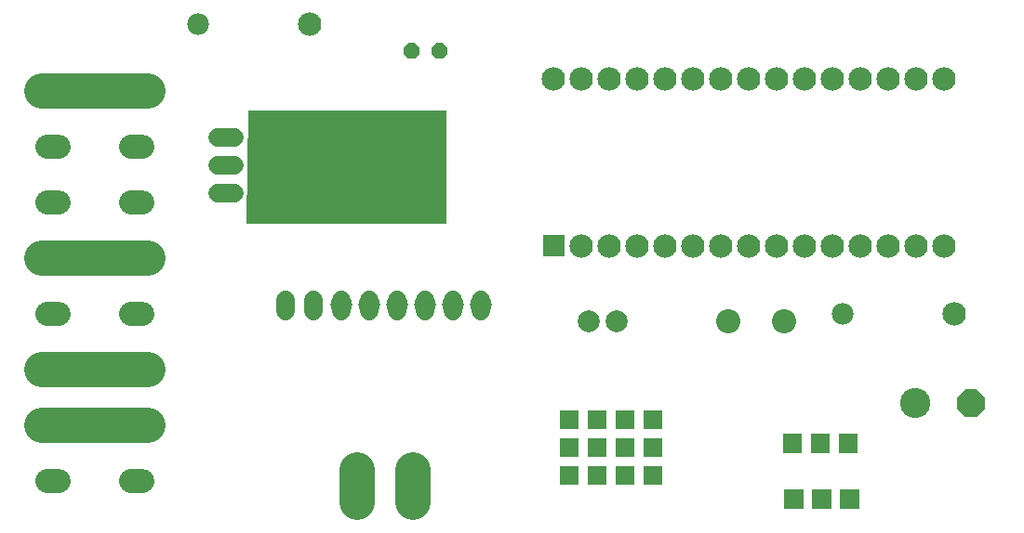
<source format=gts>
G04 Layer: TopSolderMaskLayer*
G04 EasyEDA v6.4.20.6, 2021-08-10T12:41:07+02:00*
G04 b7c102a2acce44a19693fb55b2eed2e6,dded15cb907e4d9595cc142038e9c969,10*
G04 Gerber Generator version 0.2*
G04 Scale: 100 percent, Rotated: No, Reflected: No *
G04 Dimensions in millimeters *
G04 leading zeros omitted , absolute positions ,4 integer and 5 decimal *
%FSLAX45Y45*%
%MOMM*%

%ADD34C,2.2352*%
%ADD35C,3.2032*%
%ADD36C,3.2512*%
%ADD37C,1.7032*%
%ADD38C,1.7272*%
%ADD40C,2.7432*%
%ADD41C,1.9812*%
%ADD42C,2.1336*%
%ADD43C,2.0032*%
%ADD44C,2.2032*%

%LPD*%
G36*
X3048000Y-12331700D02*
G01*
X3035300Y-13360400D01*
X4851400Y-13360400D01*
X4851400Y-12331700D01*
G37*
G36*
X3111500Y-12331700D02*
G01*
X3111500Y-13360400D01*
X4851400Y-13360400D01*
X4851400Y-12331700D01*
G37*
G36*
X3111500Y-12331700D02*
G01*
X3111500Y-13360400D01*
X4851400Y-13360400D01*
X4851400Y-12331700D01*
G37*
G36*
X3111500Y-12331700D02*
G01*
X3111500Y-13360400D01*
X4851400Y-13360400D01*
X4851400Y-12331700D01*
G37*
G36*
X3111500Y-12331700D02*
G01*
X3111500Y-13360400D01*
X4851400Y-13360400D01*
X4851400Y-12331700D01*
G37*
G36*
X3111500Y-12331700D02*
G01*
X3111500Y-13360400D01*
X4851400Y-13360400D01*
X4851400Y-12331700D01*
G37*
G36*
X3111500Y-12331700D02*
G01*
X3111500Y-13360400D01*
X4851400Y-13360400D01*
X4851400Y-12331700D01*
G37*
G36*
X3111500Y-12331700D02*
G01*
X3111500Y-13360400D01*
X4851400Y-13360400D01*
X4851400Y-12331700D01*
G37*
G36*
X3111500Y-12331700D02*
G01*
X3111500Y-13360400D01*
X4851400Y-13360400D01*
X4851400Y-12331700D01*
G37*
D34*
X1219200Y-14185900D02*
G01*
X1320800Y-14185900D01*
D35*
X1170000Y-13677900D02*
G01*
X1369999Y-13677900D01*
D34*
X1219200Y-13169900D02*
G01*
X1320800Y-13169900D01*
X1981200Y-14185900D02*
G01*
X2082800Y-14185900D01*
D35*
X1932000Y-13677900D02*
G01*
X2131999Y-13677900D01*
D34*
X1981200Y-13169900D02*
G01*
X2082800Y-13169900D01*
X1981200Y-12661900D02*
G01*
X2082800Y-12661900D01*
D35*
X1932000Y-12153900D02*
G01*
X2131999Y-12153900D01*
D34*
X1219200Y-12661900D02*
G01*
X1320800Y-12661900D01*
D35*
X1170000Y-12153900D02*
G01*
X1369999Y-12153900D01*
X1170000Y-14693900D02*
G01*
X1369999Y-14693900D01*
X1932000Y-14693900D02*
G01*
X2131999Y-14693900D01*
X1170000Y-15201900D02*
G01*
X1369999Y-15201900D01*
X1932000Y-15201900D02*
G01*
X2131999Y-15201900D01*
D34*
X1219200Y-15709900D02*
G01*
X1320800Y-15709900D01*
X1981200Y-15709900D02*
G01*
X2082800Y-15709900D01*
D36*
X4542891Y-15607614D02*
G01*
X4542891Y-15902812D01*
X4034891Y-15902812D02*
G01*
X4034891Y-15607614D01*
D37*
X3390900Y-14159699D02*
G01*
X3390900Y-14059700D01*
X5168900Y-14159699D02*
G01*
X5168900Y-14059700D01*
X3644900Y-14159699D02*
G01*
X3644900Y-14059700D01*
X3898900Y-14159699D02*
G01*
X3898900Y-14059700D01*
X4152900Y-14159699D02*
G01*
X4152900Y-14059700D01*
X4406900Y-14159699D02*
G01*
X4406900Y-14059700D01*
X4660900Y-14159699D02*
G01*
X4660900Y-14059700D01*
X4914900Y-14159699D02*
G01*
X4914900Y-14059700D01*
D38*
X2768600Y-12573000D02*
G01*
X2921000Y-12573000D01*
X2768600Y-12827000D02*
G01*
X2921000Y-12827000D01*
X2768600Y-13081000D02*
G01*
X2921000Y-13081000D01*
G36*
X1340865Y-15362174D02*
G01*
X1340865Y-15041626D01*
X1961134Y-15041626D01*
X1961134Y-15362174D01*
G37*
G36*
X1340865Y-13838174D02*
G01*
X1340865Y-13517626D01*
X1961134Y-13517626D01*
X1961134Y-13838174D01*
G37*
G36*
X1302765Y-12314174D02*
G01*
X1302765Y-11993626D01*
X1923034Y-11993626D01*
X1923034Y-12314174D01*
G37*
G36*
X1315465Y-14854174D02*
G01*
X1315465Y-14533626D01*
X1935734Y-14533626D01*
X1935734Y-14854174D01*
G37*
D40*
G01*
X9118600Y-14998700D03*
G36*
X9573768Y-15126207D02*
G01*
X9499091Y-15051531D01*
X9499091Y-14945868D01*
X9573768Y-14871192D01*
X9679431Y-14871192D01*
X9754108Y-14945868D01*
X9754108Y-15051531D01*
X9679431Y-15126207D01*
G37*
D41*
G01*
X8458200Y-14185900D03*
D42*
G01*
X9474200Y-14185900D03*
D43*
G01*
X6146800Y-14249400D03*
G01*
X6400800Y-14249400D03*
D44*
G01*
X7416800Y-14249400D03*
G01*
X7924800Y-14249400D03*
G36*
X4504436Y-11856720D02*
G01*
X4462779Y-11815063D01*
X4462779Y-11756136D01*
X4504436Y-11714479D01*
X4563363Y-11714479D01*
X4605020Y-11756136D01*
X4605020Y-11815063D01*
X4563363Y-11856720D01*
G37*
G36*
X4758436Y-11856720D02*
G01*
X4716779Y-11815063D01*
X4716779Y-11756136D01*
X4758436Y-11714479D01*
X4817363Y-11714479D01*
X4859020Y-11756136D01*
X4859020Y-11815063D01*
X4817363Y-11856720D01*
G37*
D41*
G01*
X4914874Y-14099667D03*
G01*
X4660874Y-14099667D03*
G01*
X4406874Y-14099667D03*
G01*
X4152874Y-14099667D03*
G01*
X3898900Y-14099692D03*
G01*
X5168900Y-14099692D03*
G36*
X5730240Y-13662660D02*
G01*
X5730240Y-13464539D01*
X5928359Y-13464539D01*
X5928359Y-13662660D01*
G37*
D42*
G01*
X6083300Y-13563600D03*
G01*
X6337300Y-13563600D03*
G01*
X6591300Y-13563600D03*
G01*
X6845300Y-13563600D03*
G01*
X7099300Y-13563600D03*
G01*
X7353300Y-13563600D03*
G01*
X7607300Y-13563600D03*
G01*
X7861300Y-13563600D03*
G01*
X8115300Y-13563600D03*
G01*
X8369300Y-13563600D03*
G01*
X8623300Y-13563600D03*
G01*
X5829300Y-12039600D03*
G01*
X6083300Y-12039600D03*
G01*
X6337300Y-12039600D03*
G01*
X6591300Y-12039600D03*
G01*
X6845300Y-12039600D03*
G01*
X7099300Y-12039600D03*
G01*
X7607300Y-12039600D03*
G01*
X7861300Y-12039600D03*
G01*
X8369300Y-12039600D03*
G01*
X8623300Y-12039600D03*
G01*
X8115300Y-12039600D03*
G01*
X7353300Y-12039600D03*
G01*
X8877300Y-13563600D03*
G01*
X9131300Y-13563600D03*
G01*
X9385300Y-13563600D03*
G01*
X8877300Y-12039600D03*
G01*
X9131300Y-12039600D03*
G01*
X9385300Y-12039600D03*
D41*
G01*
X2590800Y-11544300D03*
D42*
G01*
X3606800Y-11544300D03*
G36*
X6645909Y-15236189D02*
G01*
X6645909Y-15066010D01*
X6816090Y-15066010D01*
X6816090Y-15236189D01*
G37*
G36*
X6391909Y-15236189D02*
G01*
X6391909Y-15066010D01*
X6562090Y-15066010D01*
X6562090Y-15236189D01*
G37*
G36*
X6137909Y-15236189D02*
G01*
X6137909Y-15066010D01*
X6308090Y-15066010D01*
X6308090Y-15236189D01*
G37*
G36*
X5883909Y-15236189D02*
G01*
X5883909Y-15066010D01*
X6054090Y-15066010D01*
X6054090Y-15236189D01*
G37*
G36*
X5883909Y-15490189D02*
G01*
X5883909Y-15320010D01*
X6054090Y-15320010D01*
X6054090Y-15490189D01*
G37*
G36*
X6137909Y-15490189D02*
G01*
X6137909Y-15320010D01*
X6308090Y-15320010D01*
X6308090Y-15490189D01*
G37*
G36*
X6391909Y-15490189D02*
G01*
X6391909Y-15320010D01*
X6562090Y-15320010D01*
X6562090Y-15490189D01*
G37*
G36*
X6645909Y-15490189D02*
G01*
X6645909Y-15320010D01*
X6816090Y-15320010D01*
X6816090Y-15490189D01*
G37*
G36*
X5883909Y-15744189D02*
G01*
X5883909Y-15574010D01*
X6054090Y-15574010D01*
X6054090Y-15744189D01*
G37*
G36*
X6137909Y-15744189D02*
G01*
X6137909Y-15574010D01*
X6308090Y-15574010D01*
X6308090Y-15744189D01*
G37*
G36*
X6391909Y-15744189D02*
G01*
X6391909Y-15574010D01*
X6562090Y-15574010D01*
X6562090Y-15744189D01*
G37*
G36*
X6645909Y-15744189D02*
G01*
X6645909Y-15574010D01*
X6816090Y-15574010D01*
X6816090Y-15744189D01*
G37*
G36*
X8168640Y-15453360D02*
G01*
X8168640Y-15280639D01*
X8341359Y-15280639D01*
X8341359Y-15453360D01*
G37*
G36*
X8422640Y-15453360D02*
G01*
X8422640Y-15280639D01*
X8595359Y-15280639D01*
X8595359Y-15453360D01*
G37*
G36*
X7914640Y-15453360D02*
G01*
X7914640Y-15280639D01*
X8087359Y-15280639D01*
X8087359Y-15453360D01*
G37*
G36*
X8435340Y-15961360D02*
G01*
X8435340Y-15788639D01*
X8608059Y-15788639D01*
X8608059Y-15961360D01*
G37*
G36*
X8181340Y-15961360D02*
G01*
X8181340Y-15788639D01*
X8354059Y-15788639D01*
X8354059Y-15961360D01*
G37*
G36*
X7927340Y-15961360D02*
G01*
X7927340Y-15788639D01*
X8100059Y-15788639D01*
X8100059Y-15961360D01*
G37*
M02*

</source>
